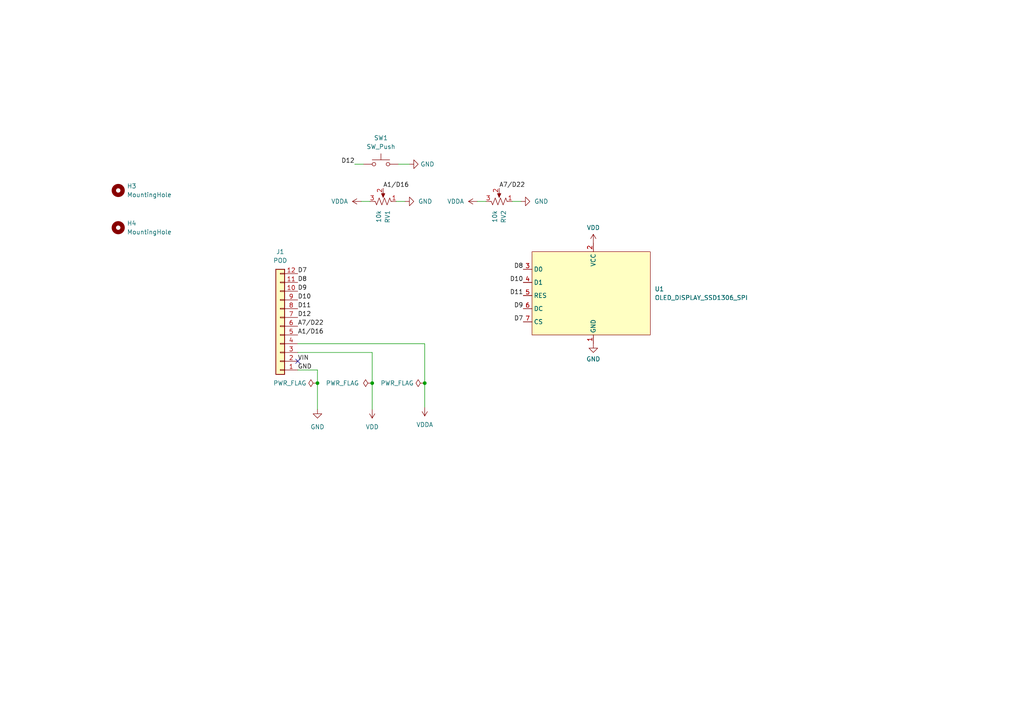
<source format=kicad_sch>
(kicad_sch (version 20230121) (generator eeschema)
  (paper "A4")
  (title_block (title "Pod OLED screen expander") (date "2023-08-31") (rev "1"))
  (lib_symbols
    (symbol "Connector_Generic:Conn_01x12" (pin_names (offset 1.016) hide)
      (property "Reference" "J" (at 0 15.24 0))
      (property "Value" "Conn_01x12" (at 0 -17.78 0))
      (symbol "Conn_01x12_1_1"
        (rectangle (start -1.27 -15.113) (end 0 -15.367) (stroke (width 0.1524)))
        (rectangle (start -1.27 -12.573) (end 0 -12.827) (stroke (width 0.1524)))
        (rectangle (start -1.27 -10.033) (end 0 -10.287) (stroke (width 0.1524)))
        (rectangle (start -1.27 -7.493) (end 0 -7.747) (stroke (width 0.1524)))
        (rectangle (start -1.27 -4.953) (end 0 -5.207) (stroke (width 0.1524)))
        (rectangle (start -1.27 -2.413) (end 0 -2.667) (stroke (width 0.1524)))
        (rectangle (start -1.27 0.127) (end 0 -0.127) (stroke (width 0.1524)))
        (rectangle (start -1.27 2.667) (end 0 2.413) (stroke (width 0.1524)))
        (rectangle (start -1.27 5.207) (end 0 4.953) (stroke (width 0.1524)))
        (rectangle (start -1.27 7.747) (end 0 7.493) (stroke (width 0.1524)))
        (rectangle (start -1.27 10.287) (end 0 10.033) (stroke (width 0.1524)))
        (rectangle (start -1.27 12.827) (end 0 12.573) (stroke (width 0.1524)))
        (rectangle (start -1.27 13.97) (end 1.27 -16.51) (stroke (width 0.254)) (fill (type background)))
        (pin passive line (at -5.08 12.7 0) (length 3.81) (name "Pin_1") (number "1"))
        (pin passive line (at -5.08 -10.16 0) (length 3.81) (name "Pin_10") (number "10"))
        (pin passive line (at -5.08 -12.7 0) (length 3.81) (name "Pin_11") (number "11"))
        (pin passive line (at -5.08 -15.24 0) (length 3.81) (name "Pin_12") (number "12"))
        (pin passive line (at -5.08 10.16 0) (length 3.81) (name "Pin_2") (number "2"))
        (pin passive line (at -5.08 7.62 0) (length 3.81) (name "Pin_3") (number "3"))
        (pin passive line (at -5.08 5.08 0) (length 3.81) (name "Pin_4") (number "4"))
        (pin passive line (at -5.08 2.54 0) (length 3.81) (name "Pin_5") (number "5"))
        (pin passive line (at -5.08 0 0) (length 3.81) (name "Pin_6") (number "6"))
        (pin passive line (at -5.08 -2.54 0) (length 3.81) (name "Pin_7") (number "7"))
        (pin passive line (at -5.08 -5.08 0) (length 3.81) (name "Pin_8") (number "8"))
        (pin passive line (at -5.08 -7.62 0) (length 3.81) (name "Pin_9") (number "9"))
      )
    )
    (symbol "CustomSymbols:OLED_DISPLAY_SSD1306_SPI"
      (property "Reference" "U" (at 0 2.54 0))
      (property "Value" "OLED_DISPLAY_SSD1306_SPI" (at 1.27 8.89 0))
      (symbol "OLED_DISPLAY_SSD1306_SPI_0_1"
        (rectangle (start -17.78 16.51) (end 16.51 -7.62) (fill (type background)))
      )
      (symbol "OLED_DISPLAY_SSD1306_SPI_1_1"
        (pin power_in line (at 0 -10.16 90) (length 2.54) (name "GND") (number "1"))
        (pin power_in line (at 0 19.05 270) (length 2.54) (name "VCC") (number "2"))
        (pin input line (at -20.32 11.43 0) (length 2.54) (name "D0") (number "3"))
        (pin input line (at -20.32 7.62 0) (length 2.54) (name "D1") (number "4"))
        (pin input line (at -20.32 3.81 0) (length 2.54) (name "RES") (number "5"))
        (pin input line (at -20.32 0 0) (length 2.54) (name "DC") (number "6"))
        (pin input line (at -20.32 -3.81 0) (length 2.54) (name "CS") (number "7"))
      )
    )
    (symbol "Device:R_Potentiometer_US" (pin_names (offset 1.016) hide)
      (property "Reference" "RV" (at -4.445 0 90))
      (property "Value" "R_Potentiometer_US" (at -2.54 0 90))
      (symbol "R_Potentiometer_US_0_1"
        (polyline (pts (xy 0 -2.286) (xy 0 -2.54)))
        (polyline (pts (xy 0 2.54) (xy 0 2.286)))
        (polyline (pts (xy 2.54 0) (xy 1.524 0)))
        (polyline (pts (xy 1.143 0) (xy 2.286 0.508) (xy 2.286 -0.508) (xy 1.143 0)) (fill (type outline)))
        (polyline (pts (xy 0 -0.762) (xy 1.016 -1.143) (xy 0 -1.524) (xy -1.016 -1.905) (xy 0 -2.286)))
        (polyline (pts (xy 0 0.762) (xy 1.016 0.381) (xy 0 0) (xy -1.016 -0.381) (xy 0 -0.762)))
        (polyline (pts (xy 0 2.286) (xy 1.016 1.905) (xy 0 1.524) (xy -1.016 1.143) (xy 0 0.762)))
      )
      (symbol "R_Potentiometer_US_1_1"
        (pin passive line (at 0 3.81 270) (length 1.27) (name "1") (number "1"))
        (pin passive line (at 3.81 0 180) (length 1.27) (name "2") (number "2"))
        (pin passive line (at 0 -3.81 90) (length 1.27) (name "3") (number "3"))
      )
    )
    (symbol "Mechanical:MountingHole" (pin_names (offset 1.016))
      (property "Reference" "H" (at 0 5.08 0))
      (property "Value" "MountingHole" (at 0 3.175 0))
      (symbol "MountingHole_0_1"
        (circle (center 0 0) (radius 1.27) (stroke (width 1.27)))
      )
    )
    (symbol "Switch:SW_Push" (pin_numbers hide) (pin_names (offset 1.016) hide)
      (property "Reference" "SW" (at 1.27 2.54 0))
      (property "Value" "SW_Push" (at 0 -1.524 0))
      (symbol "SW_Push_0_1"
        (circle (center -2.032 0) (radius 0.508))
        (polyline (pts (xy 0 1.27) (xy 0 3.048)))
        (polyline (pts (xy 2.54 1.27) (xy -2.54 1.27)))
        (circle (center 2.032 0) (radius 0.508))
        (pin passive line (at -5.08 0 0) (length 2.54) (name "1") (number "1"))
        (pin passive line (at 5.08 0 180) (length 2.54) (name "2") (number "2"))
      )
    )
    (symbol "power:GND" (power) (pin_names (offset 0))
      (property "Value" "GND" (at 0 -3.81 0))
      (symbol "GND_0_1"
        (polyline (pts (xy 0 0) (xy 0 -1.27) (xy 1.27 -1.27) (xy 0 -2.54) (xy -1.27 -1.27) (xy 0 -1.27)))
      )
      (symbol "GND_1_1"
        (pin power_in line (at 0 0 270) (length 0) hide (name "GND") (number "1"))
      )
    )
    (symbol "power:PWR_FLAG" (power) (pin_numbers hide) (pin_names (offset 0) hide)
      (property "Value" "PWR_FLAG" (at 0 3.81 0))
      (symbol "PWR_FLAG_0_0"
        (pin power_out line (at 0 0 90) (length 0) (name "pwr") (number "1"))
      )
      (symbol "PWR_FLAG_0_1"
        (polyline (pts (xy 0 0) (xy 0 1.27) (xy -1.016 1.905) (xy 0 2.54) (xy 1.016 1.905) (xy 0 1.27)))
      )
    )
    (symbol "power:VDD" (power) (pin_names (offset 0))
      (property "Value" "VDD" (at 0 3.81 0))
      (symbol "VDD_0_1"
        (polyline (pts (xy -0.762 1.27) (xy 0 2.54)))
        (polyline (pts (xy 0 0) (xy 0 2.54)))
        (polyline (pts (xy 0 2.54) (xy 0.762 1.27)))
      )
      (symbol "VDD_1_1"
        (pin power_in line (at 0 0 90) (length 0) hide (name "VDD") (number "1"))
      )
    )
    (symbol "power:VDDA" (power) (pin_names (offset 0))
      (property "Value" "VDDA" (at 0 3.81 0))
      (symbol "VDDA_0_1"
        (polyline (pts (xy -0.762 1.27) (xy 0 2.54)))
        (polyline (pts (xy 0 0) (xy 0 2.54)))
        (polyline (pts (xy 0 2.54) (xy 0.762 1.27)))
      )
      (symbol "VDDA_1_1"
        (pin power_in line (at 0 0 90) (length 0) hide (name "VDDA") (number "1"))
      )
    )
  )
  (junction (at 92.075 111.125))
  (junction (at 107.95 111.125))
  (junction (at 123.19 111.125))
  (no_connect (at 86.36 104.775))
  (wire (pts (xy 151.13 58.42) (xy 148.59 58.42)))
  (wire (pts (xy 102.87 47.625) (xy 105.41 47.625)))
  (wire (pts (xy 123.19 111.125) (xy 123.19 99.695)))
  (wire (pts (xy 92.075 111.125) (xy 92.075 107.315)))
  (wire (pts (xy 92.075 118.745) (xy 92.075 111.125)))
  (wire (pts (xy 92.075 107.315) (xy 86.36 107.315)))
  (wire (pts (xy 107.95 102.235) (xy 86.36 102.235)))
  (wire (pts (xy 123.19 118.11) (xy 123.19 111.125)))
  (wire (pts (xy 115.57 47.625) (xy 118.745 47.625)))
  (wire (pts (xy 140.97 58.42) (xy 138.43 58.42)))
  (wire (pts (xy 107.95 111.125) (xy 107.95 118.745)))
  (wire (pts (xy 123.19 99.695) (xy 86.36 99.695)))
  (wire (pts (xy 117.475 58.42) (xy 114.935 58.42)))
  (wire (pts (xy 107.315 58.42) (xy 104.775 58.42)))
  (wire (pts (xy 107.95 111.125) (xy 107.95 102.235)))
  (label "D7" (at 86.36 79.375 0))
  (label "D10" (at 151.765 81.915 180))
  (label "D7" (at 151.765 93.345 180))
  (label "A1{slash}D16" (at 111.125 54.61 0))
  (label "VIN" (at 86.36 104.775 0))
  (label "D8" (at 151.765 78.105 180))
  (label "D9" (at 151.765 89.535 180))
  (label "D8" (at 86.36 81.915 0))
  (label "D9" (at 86.36 84.455 0))
  (label "D11" (at 86.36 89.535 0))
  (label "D10" (at 86.36 86.995 0))
  (label "A7{slash}D22" (at 144.78 54.61 0))
  (label "A7{slash}D22" (at 86.36 94.615 0))
  (label "D12" (at 86.36 92.075 0))
  (label "D11" (at 151.765 85.725 180))
  (label "GND" (at 86.36 107.315 0))
  (label "D12" (at 102.87 47.625 180))
  (label "A1{slash}D16" (at 86.36 97.155 0))
  (symbol (lib_id "Device:R_Potentiometer_US") (at 144.78 58.42 270) (mirror x) (unit 1)
    (property "Reference" "RV2" (at 146.05 60.96 0) (effects (justify right)))
    (property "Value" "10k" (at 143.51 60.96 0) (effects (justify right)))
    (property "Footprint" "CustomFootprints:Potentiometer_uxcel_9mm_Single_Vertical" (effects hide))
  )
  (symbol (lib_id "power:PWR_FLAG") (at 107.95 111.125 90) (unit 1)
    (property "Reference" "#FLG02" (effects hide))
    (property "Value" "PWR_FLAG" (at 104.14 111.125 90) (effects (justify left)))
  )
  (symbol (lib_id "power:GND") (at 92.075 118.745 0) (unit 1)
    (property "Reference" "#PWR06" (effects hide))
    (property "Value" "GND" (at 92.075 123.825 0))
  )
  (symbol (lib_id "Switch:SW_Push") (at 110.49 47.625 0) (unit 1)
    (property "Reference" "SW1" (at 110.49 40.005 0))
    (property "Value" "SW_Push" (at 110.49 42.545 0))
    (property "Footprint" "Button_Switch_THT:SW_PUSH_6mm" (effects hide))
  )
  (symbol (lib_id "power:GND") (at 151.13 58.42 90) (unit 1)
    (property "Reference" "#PWR010" (effects hide))
    (property "Value" "GND" (at 154.94 58.42 90) (effects (justify right)))
  )
  (symbol (lib_id "Device:R_Potentiometer_US") (at 111.125 58.42 270) (mirror x) (unit 1)
    (property "Reference" "RV1" (at 112.395 60.96 0) (effects (justify right)))
    (property "Value" "10k" (at 109.855 60.96 0) (effects (justify right)))
    (property "Footprint" "CustomFootprints:Potentiometer_uxcel_9mm_Single_Vertical" (effects hide))
  )
  (symbol (lib_id "power:VDD") (at 172.085 70.485 0) (unit 1)
    (property "Reference" "#PWR01" (effects hide))
    (property "Value" "VDD" (at 172.085 66.04 0))
  )
  (symbol (lib_id "power:VDDA") (at 138.43 58.42 90) (unit 1)
    (property "Reference" "#PWR08" (effects hide))
    (property "Value" "VDDA" (at 134.62 58.42 90) (effects (justify left)))
  )
  (symbol (lib_id "CustomSymbols:OLED_DISPLAY_SSD1306_SPI") (at 172.085 89.535 0) (unit 1)
    (property "Reference" "U1" (at 189.865 83.82 0) (effects (justify left)))
    (property "Value" "OLED_DISPLAY_SSD1306_SPI" (at 189.865 86.36 0) (effects (justify left)))
    (property "Footprint" "CustomFootprints:HiLetgo_OLED_SPI" (effects hide))
  )
  (symbol (lib_id "power:GND") (at 118.745 47.625 90) (unit 1)
    (property "Reference" "#PWR05" (effects hide))
    (property "Value" "GND" (at 121.92 47.625 90) (effects (justify right)))
  )
  (symbol (lib_id "Connector_Generic:Conn_01x12") (at 81.28 94.615 180) (unit 1)
    (property "Reference" "J1" (at 81.28 73.025 0))
    (property "Value" "POD" (at 81.28 75.565 0))
    (property "Footprint" "Connector_PinSocket_2.54mm:PinSocket_1x12_P2.54mm_Vertical" (effects hide))
  )
  (symbol (lib_id "power:GND") (at 172.085 99.695 0) (unit 1)
    (property "Reference" "#PWR02" (effects hide))
    (property "Value" "GND" (at 172.085 104.14 0))
  )
  (symbol (lib_id "power:GND") (at 117.475 58.42 90) (unit 1)
    (property "Reference" "#PWR03" (effects hide))
    (property "Value" "GND" (at 121.285 58.42 90) (effects (justify right)))
  )
  (symbol (lib_id "Mechanical:MountingHole") (at 34.29 66.04 0) (unit 1)
    (property "Reference" "H4" (at 36.83 64.77 0) (effects (justify left)))
    (property "Value" "MountingHole" (at 36.83 67.31 0) (effects (justify left)))
    (property "Footprint" "MountingHole:MountingHole_2.2mm_M2" (effects hide))
  )
  (symbol (lib_id "Mechanical:MountingHole") (at 34.29 55.245 0) (unit 1)
    (property "Reference" "H3" (at 36.83 53.975 0) (effects (justify left)))
    (property "Value" "MountingHole" (at 36.83 56.515 0) (effects (justify left)))
    (property "Footprint" "MountingHole:MountingHole_2.2mm_M2" (effects hide))
  )
  (symbol (lib_id "power:VDDA") (at 123.19 118.11 180) (unit 1)
    (property "Reference" "#PWR09" (effects hide))
    (property "Value" "VDDA" (at 123.19 123.19 0))
  )
  (symbol (lib_id "power:VDDA") (at 104.775 58.42 90) (unit 1)
    (property "Reference" "#PWR04" (effects hide))
    (property "Value" "VDDA" (at 100.965 58.42 90) (effects (justify left)))
  )
  (symbol (lib_id "power:PWR_FLAG") (at 123.19 111.125 90) (unit 1)
    (property "Reference" "#FLG03" (effects hide))
    (property "Value" "PWR_FLAG" (at 120.015 111.125 90) (effects (justify left)))
  )
  (symbol (lib_id "power:PWR_FLAG") (at 92.075 111.125 90) (unit 1)
    (property "Reference" "#FLG01" (effects hide))
    (property "Value" "PWR_FLAG" (at 88.9 111.125 90) (effects (justify left)))
  )
  (symbol (lib_id "power:VDD") (at 107.95 118.745 180) (unit 1)
    (property "Reference" "#PWR07" (effects hide))
    (property "Value" "VDD" (at 107.95 123.825 0))
  )
)
</source>
